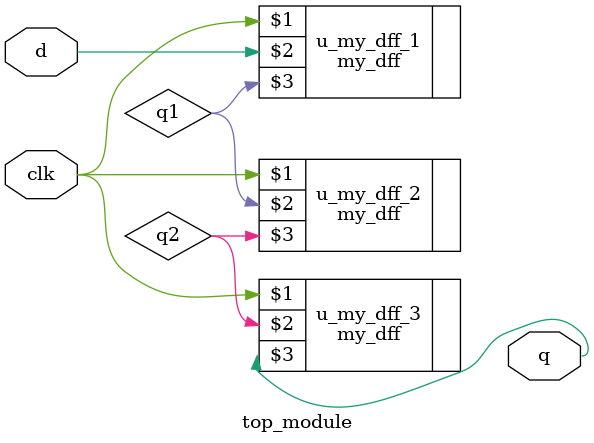
<source format=v>
/**
 * You are given a module my_dff( input clk, input d, output q ) with two inputs and one output (that implements a D flip-flop). Instantiate three of them, then chain them together to make a shift register of length 3. The clk port needs to be connected to all instances.
 */

module top_module ( input clk, input d, output q );

    // internal wire
    wire q1, q2;
    
    // dff instances
    my_dff u_my_dff_1 (clk, d, q1);
    my_dff u_my_dff_2 (clk, q1, q2);
    my_dff u_my_dff_3 (clk, q2, q);
    
endmodule

</source>
